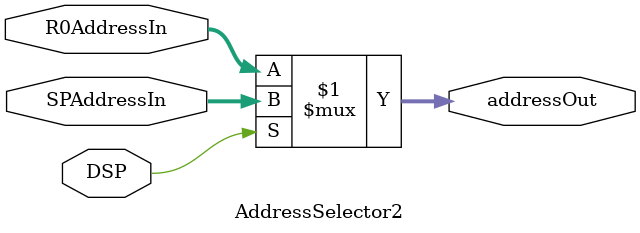
<source format=v>
`timescale 1ns / 1ps

module AddressSelector2(
	input			DSP,           // DSP - From the Write Back Stage
	input 	[7:0] 	R0AddressIn,   // [R0]
	input	[7:0]	SPAddressIn,   // [SP]
	output	[7:0]	addressOut     // Address Out to memory port 3
);

assign addressOut = (DSP)?SPAddressIn:R0AddressIn ;

endmodule
</source>
